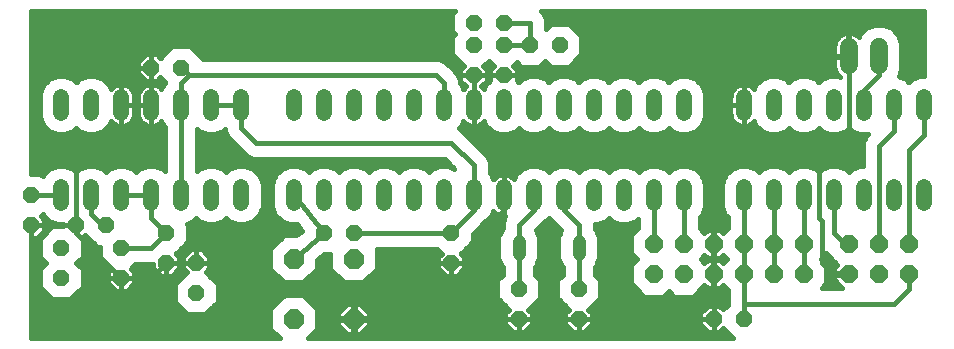
<source format=gbl>
G75*
%MOIN*%
%OFA0B0*%
%FSLAX24Y24*%
%IPPOS*%
%LPD*%
%AMOC8*
5,1,8,0,0,1.08239X$1,22.5*
%
%ADD10C,0.0520*%
%ADD11OC8,0.0600*%
%ADD12C,0.0440*%
%ADD13OC8,0.0660*%
%ADD14OC8,0.0520*%
%ADD15C,0.0600*%
%ADD16C,0.0160*%
D10*
X001715Y005095D02*
X001715Y005615D01*
X002715Y005615D02*
X002715Y005095D01*
X003715Y005095D02*
X003715Y005615D01*
X004715Y005615D02*
X004715Y005095D01*
X005715Y005095D02*
X005715Y005615D01*
X006715Y005615D02*
X006715Y005095D01*
X007715Y005095D02*
X007715Y005615D01*
X009465Y005615D02*
X009465Y005095D01*
X010465Y005095D02*
X010465Y005615D01*
X011465Y005615D02*
X011465Y005095D01*
X012465Y005095D02*
X012465Y005615D01*
X013465Y005615D02*
X013465Y005095D01*
X014465Y005095D02*
X014465Y005615D01*
X015465Y005615D02*
X015465Y005095D01*
X016465Y005095D02*
X016465Y005615D01*
X017465Y005615D02*
X017465Y005095D01*
X018465Y005095D02*
X018465Y005615D01*
X019465Y005615D02*
X019465Y005095D01*
X020465Y005095D02*
X020465Y005615D01*
X021465Y005615D02*
X021465Y005095D01*
X022465Y005095D02*
X022465Y005615D01*
X024465Y005615D02*
X024465Y005095D01*
X025465Y005095D02*
X025465Y005615D01*
X026465Y005615D02*
X026465Y005095D01*
X027465Y005095D02*
X027465Y005615D01*
X028465Y005615D02*
X028465Y005095D01*
X029465Y005095D02*
X029465Y005615D01*
X030465Y005615D02*
X030465Y005095D01*
X030465Y008095D02*
X030465Y008615D01*
X029465Y008615D02*
X029465Y008095D01*
X028465Y008095D02*
X028465Y008615D01*
X027465Y008615D02*
X027465Y008095D01*
X026465Y008095D02*
X026465Y008615D01*
X025465Y008615D02*
X025465Y008095D01*
X024465Y008095D02*
X024465Y008615D01*
X022465Y008615D02*
X022465Y008095D01*
X021465Y008095D02*
X021465Y008615D01*
X020465Y008615D02*
X020465Y008095D01*
X019465Y008095D02*
X019465Y008615D01*
X018465Y008615D02*
X018465Y008095D01*
X017465Y008095D02*
X017465Y008615D01*
X016465Y008615D02*
X016465Y008095D01*
X015465Y008095D02*
X015465Y008615D01*
X014465Y008615D02*
X014465Y008095D01*
X013465Y008095D02*
X013465Y008615D01*
X012465Y008615D02*
X012465Y008095D01*
X011465Y008095D02*
X011465Y008615D01*
X010465Y008615D02*
X010465Y008095D01*
X009465Y008095D02*
X009465Y008615D01*
X007715Y008615D02*
X007715Y008095D01*
X006715Y008095D02*
X006715Y008615D01*
X005715Y008615D02*
X005715Y008095D01*
X004715Y008095D02*
X004715Y008615D01*
X003715Y008615D02*
X003715Y008095D01*
X002715Y008095D02*
X002715Y008615D01*
X001715Y008615D02*
X001715Y008095D01*
D11*
X021465Y003730D03*
X022465Y003730D03*
X023465Y003730D03*
X024465Y003730D03*
X025465Y003730D03*
X026465Y003730D03*
X027965Y003730D03*
X028965Y003730D03*
X029965Y003730D03*
X029965Y002730D03*
X028965Y002730D03*
X027965Y002730D03*
X026465Y002730D03*
X025465Y002730D03*
X024465Y002730D03*
X023465Y002730D03*
X022465Y002730D03*
X021465Y002730D03*
D12*
X018965Y003385D02*
X018965Y003825D01*
X016965Y003825D02*
X016965Y003385D01*
D13*
X011465Y003230D03*
X009465Y003230D03*
X009465Y001230D03*
X011465Y001230D03*
D14*
X014715Y003105D03*
X016965Y002230D03*
X018965Y002230D03*
X018965Y001230D03*
X016965Y001230D03*
X023465Y001230D03*
X024465Y001230D03*
X014715Y004105D03*
X011465Y004105D03*
X010465Y004105D03*
X006215Y003105D03*
X005215Y003105D03*
X003715Y002605D03*
X001715Y002605D03*
X001715Y003605D03*
X003715Y003605D03*
X005215Y004105D03*
X003215Y004355D03*
X002215Y004355D03*
X000715Y004355D03*
X000715Y005355D03*
X006215Y002105D03*
X015465Y009355D03*
X016465Y009355D03*
X016465Y010355D03*
X017340Y010355D03*
X018340Y010355D03*
X016465Y011105D03*
X015465Y011105D03*
X015465Y010355D03*
X005715Y009605D03*
X004715Y009605D03*
D15*
X027965Y009680D02*
X027965Y010280D01*
X028965Y010280D02*
X028965Y009680D01*
D16*
X000695Y003915D02*
X000695Y000585D01*
X009000Y000585D01*
X008680Y000905D01*
X008680Y001555D01*
X009140Y002015D01*
X009790Y002015D01*
X010250Y001555D01*
X010250Y000905D01*
X009930Y000585D01*
X024099Y000585D01*
X023771Y000913D01*
X023647Y000790D01*
X023465Y000790D01*
X023465Y001230D01*
X018965Y001230D01*
X016965Y001230D01*
X015965Y001230D01*
X014715Y001230D01*
X014715Y003105D01*
X015155Y003105D01*
X015155Y003287D01*
X015032Y003411D01*
X015430Y003809D01*
X015430Y004063D01*
X015768Y004401D01*
X015845Y004479D01*
X015870Y004489D01*
X016071Y004690D01*
X016124Y004816D01*
X016129Y004808D01*
X016178Y004759D01*
X016234Y004719D01*
X016296Y004687D01*
X016362Y004666D01*
X016430Y004655D01*
X016465Y004655D01*
X016500Y004655D01*
X016511Y004657D01*
X016430Y004461D01*
X016430Y004245D01*
X016393Y004207D01*
X016290Y003959D01*
X016290Y003251D01*
X016393Y003003D01*
X016430Y002965D01*
X016430Y002706D01*
X016250Y002526D01*
X016250Y001934D01*
X016648Y001536D01*
X016525Y001412D01*
X016525Y001230D01*
X016965Y001230D01*
X017405Y001230D01*
X017405Y001412D01*
X017282Y001536D01*
X017680Y001934D01*
X017680Y002526D01*
X017500Y002706D01*
X017500Y002965D01*
X017537Y003003D01*
X017640Y003251D01*
X017640Y003959D01*
X017548Y004181D01*
X017845Y004479D01*
X017870Y004489D01*
X017965Y004584D01*
X018060Y004489D01*
X018085Y004479D01*
X018382Y004181D01*
X018290Y003959D01*
X018290Y003251D01*
X018393Y003003D01*
X018430Y002965D01*
X018430Y002706D01*
X018250Y002526D01*
X018250Y001934D01*
X018648Y001536D01*
X018525Y001412D01*
X018525Y001230D01*
X018965Y001230D01*
X019405Y001230D01*
X019405Y001412D01*
X019282Y001536D01*
X019680Y001934D01*
X019680Y002526D01*
X019500Y002706D01*
X019500Y002965D01*
X019537Y003003D01*
X019640Y003251D01*
X019640Y003959D01*
X019537Y004207D01*
X019500Y004245D01*
X019500Y004380D01*
X019607Y004380D01*
X019870Y004489D01*
X019965Y004584D01*
X020060Y004489D01*
X020323Y004380D01*
X020607Y004380D01*
X020870Y004489D01*
X020930Y004549D01*
X020930Y004263D01*
X020710Y004043D01*
X020710Y003417D01*
X020897Y003230D01*
X020710Y003043D01*
X020710Y002417D01*
X021152Y001975D01*
X021778Y001975D01*
X021965Y002162D01*
X022152Y001975D01*
X022778Y001975D01*
X023159Y002357D01*
X023266Y002250D01*
X023445Y002250D01*
X023445Y002710D01*
X023485Y002710D01*
X023485Y002250D01*
X023664Y002250D01*
X023771Y002357D01*
X023930Y002197D01*
X023930Y001706D01*
X023771Y001547D01*
X023647Y001670D01*
X023465Y001670D01*
X023465Y001230D01*
X023465Y002730D01*
X023465Y003730D01*
X023465Y005855D01*
X024465Y006855D01*
X026965Y006855D01*
X026965Y004605D01*
X027090Y004480D01*
X027090Y003105D01*
X027465Y002730D01*
X027965Y002730D01*
X027945Y002750D02*
X027945Y002710D01*
X027485Y002710D01*
X027485Y002531D01*
X027751Y002265D01*
X027068Y002265D01*
X027220Y002417D01*
X027220Y003043D01*
X027033Y003230D01*
X027215Y003412D01*
X027592Y003036D01*
X027485Y002929D01*
X027485Y002750D01*
X027945Y002750D01*
X027485Y002800D02*
X027220Y002800D01*
X027220Y002958D02*
X027514Y002958D01*
X027511Y003117D02*
X027146Y003117D01*
X027078Y003275D02*
X027352Y003275D01*
X027840Y003730D02*
X027465Y004105D01*
X027465Y005355D01*
X026465Y005355D02*
X026465Y003730D01*
X026465Y002730D01*
X027220Y002641D02*
X027485Y002641D01*
X027534Y002483D02*
X027220Y002483D01*
X027127Y002324D02*
X027692Y002324D01*
X029465Y001730D02*
X024465Y001730D01*
X024465Y001230D01*
X023914Y001690D02*
X019436Y001690D01*
X019286Y001532D02*
X023144Y001532D01*
X023025Y001412D02*
X023025Y001230D01*
X023465Y001230D01*
X023465Y001230D01*
X023465Y001230D01*
X023465Y001230D01*
X023465Y001670D01*
X023283Y001670D01*
X023025Y001412D01*
X023025Y001373D02*
X019405Y001373D01*
X019405Y001230D02*
X018965Y001230D01*
X018965Y001230D01*
X018965Y000790D01*
X019147Y000790D01*
X019405Y001048D01*
X019405Y001230D01*
X019405Y001215D02*
X023025Y001215D01*
X023025Y001230D02*
X023025Y001048D01*
X023283Y000790D01*
X023465Y000790D01*
X023465Y001230D01*
X023025Y001230D01*
X023465Y001215D02*
X023465Y001215D01*
X023465Y001373D02*
X023465Y001373D01*
X023465Y001532D02*
X023465Y001532D01*
X023930Y001849D02*
X019595Y001849D01*
X019680Y002007D02*
X021120Y002007D01*
X020962Y002166D02*
X019680Y002166D01*
X019680Y002324D02*
X020803Y002324D01*
X020710Y002483D02*
X019680Y002483D01*
X019565Y002641D02*
X020710Y002641D01*
X020710Y002800D02*
X019500Y002800D01*
X019500Y002958D02*
X020710Y002958D01*
X020784Y003117D02*
X019584Y003117D01*
X019640Y003275D02*
X020852Y003275D01*
X020710Y003434D02*
X019640Y003434D01*
X019640Y003592D02*
X020710Y003592D01*
X020710Y003751D02*
X019640Y003751D01*
X019640Y003909D02*
X020710Y003909D01*
X020735Y004068D02*
X019595Y004068D01*
X019519Y004226D02*
X020893Y004226D01*
X020930Y004385D02*
X020618Y004385D01*
X020312Y004385D02*
X019618Y004385D01*
X019924Y004543D02*
X020006Y004543D01*
X020924Y004543D02*
X020930Y004543D01*
X023000Y004543D02*
X023930Y004543D01*
X023930Y004619D02*
X023930Y004263D01*
X023771Y004103D01*
X023664Y004210D01*
X023485Y004210D01*
X023485Y003750D01*
X023445Y003750D01*
X023445Y004210D01*
X023266Y004210D01*
X023159Y004103D01*
X023000Y004263D01*
X023000Y004619D01*
X023071Y004690D01*
X023180Y004953D01*
X023180Y005757D01*
X023071Y006020D01*
X022870Y006221D01*
X022607Y006330D01*
X022323Y006330D01*
X022060Y006221D01*
X021965Y006126D01*
X021870Y006221D01*
X021607Y006330D01*
X021323Y006330D01*
X021060Y006221D01*
X020965Y006126D01*
X020870Y006221D01*
X020607Y006330D01*
X020323Y006330D01*
X020060Y006221D01*
X019965Y006126D01*
X019870Y006221D01*
X019607Y006330D01*
X019323Y006330D01*
X019060Y006221D01*
X018965Y006126D01*
X018870Y006221D01*
X018607Y006330D01*
X018323Y006330D01*
X018060Y006221D01*
X017965Y006126D01*
X017870Y006221D01*
X017607Y006330D01*
X017323Y006330D01*
X017060Y006221D01*
X016859Y006020D01*
X016806Y005894D01*
X016801Y005902D01*
X016752Y005951D01*
X016696Y005991D01*
X016634Y006023D01*
X016568Y006044D01*
X016500Y006055D01*
X016465Y006055D01*
X016465Y005355D01*
X016465Y006355D01*
X015465Y007355D01*
X015465Y008355D01*
X015465Y009355D01*
X016465Y009355D01*
X016905Y009355D01*
X016905Y009537D01*
X016782Y009661D01*
X016902Y009781D01*
X017044Y009640D01*
X017636Y009640D01*
X017840Y009844D01*
X018044Y009640D01*
X018636Y009640D01*
X019055Y010059D01*
X019055Y010651D01*
X018636Y011070D01*
X018044Y011070D01*
X017875Y010901D01*
X017875Y011211D01*
X017794Y011408D01*
X017707Y011495D01*
X030477Y011495D01*
X030477Y009330D01*
X030323Y009330D01*
X030060Y009221D01*
X029965Y009126D01*
X029870Y009221D01*
X029633Y009319D01*
X029720Y009530D01*
X029720Y010430D01*
X029605Y010708D01*
X029393Y010920D01*
X029115Y011035D01*
X028815Y011035D01*
X028537Y010920D01*
X028325Y010708D01*
X028293Y010631D01*
X028278Y010646D01*
X028217Y010691D01*
X028149Y010725D01*
X028077Y010748D01*
X028003Y010760D01*
X027985Y010760D01*
X027985Y010000D01*
X027945Y010000D01*
X027945Y010760D01*
X027927Y010760D01*
X027853Y010748D01*
X027781Y010725D01*
X027713Y010691D01*
X027652Y010646D01*
X027599Y010593D01*
X027554Y010532D01*
X027520Y010464D01*
X027497Y010392D01*
X027485Y010318D01*
X027485Y010000D01*
X027945Y010000D01*
X027945Y009960D01*
X027485Y009960D01*
X027485Y009642D01*
X027497Y009568D01*
X027520Y009496D01*
X027554Y009428D01*
X027599Y009367D01*
X027652Y009314D01*
X027660Y009308D01*
X027607Y009330D01*
X027323Y009330D01*
X027060Y009221D01*
X026965Y009126D01*
X026870Y009221D01*
X026607Y009330D01*
X026323Y009330D01*
X026060Y009221D01*
X025965Y009126D01*
X025870Y009221D01*
X025607Y009330D01*
X025323Y009330D01*
X025060Y009221D01*
X024859Y009020D01*
X024806Y008894D01*
X024801Y008902D01*
X024752Y008951D01*
X024696Y008991D01*
X024634Y009023D01*
X024568Y009044D01*
X024500Y009055D01*
X024465Y009055D01*
X024465Y008355D01*
X024465Y006855D01*
X024323Y006330D02*
X024060Y006221D01*
X023859Y006020D01*
X023750Y005757D01*
X023750Y004953D01*
X023859Y004690D01*
X023930Y004619D01*
X023854Y004702D02*
X023076Y004702D01*
X023142Y004860D02*
X023788Y004860D01*
X023750Y005019D02*
X023180Y005019D01*
X023180Y005177D02*
X023750Y005177D01*
X023750Y005336D02*
X023180Y005336D01*
X023180Y005494D02*
X023750Y005494D01*
X023750Y005653D02*
X023180Y005653D01*
X023158Y005811D02*
X023772Y005811D01*
X023838Y005970D02*
X023092Y005970D01*
X022963Y006128D02*
X023967Y006128D01*
X024218Y006287D02*
X022712Y006287D01*
X022218Y006287D02*
X021712Y006287D01*
X021218Y006287D02*
X020712Y006287D01*
X020218Y006287D02*
X019712Y006287D01*
X019963Y006128D02*
X019967Y006128D01*
X019218Y006287D02*
X018712Y006287D01*
X018963Y006128D02*
X018967Y006128D01*
X018218Y006287D02*
X017712Y006287D01*
X017218Y006287D02*
X016000Y006287D01*
X016000Y006445D02*
X028430Y006445D01*
X028430Y006330D02*
X028323Y006330D01*
X028060Y006221D01*
X027965Y006126D01*
X027870Y006221D01*
X027607Y006330D01*
X027323Y006330D01*
X027060Y006221D01*
X026965Y006126D01*
X026870Y006221D01*
X026607Y006330D01*
X026323Y006330D01*
X026060Y006221D01*
X025965Y006126D01*
X025870Y006221D01*
X025607Y006330D01*
X025323Y006330D01*
X025060Y006221D01*
X024965Y006126D01*
X024870Y006221D01*
X024607Y006330D01*
X024323Y006330D01*
X024712Y006287D02*
X025218Y006287D01*
X025712Y006287D02*
X026218Y006287D01*
X026712Y006287D02*
X027218Y006287D01*
X026967Y006128D02*
X026963Y006128D01*
X027712Y006287D02*
X028218Y006287D01*
X028430Y006330D02*
X028430Y007086D01*
X028511Y007283D01*
X028609Y007381D01*
X028607Y007380D01*
X028323Y007380D01*
X028060Y007489D01*
X027965Y007584D01*
X027870Y007489D01*
X027607Y007380D01*
X027323Y007380D01*
X027060Y007489D01*
X026965Y007584D01*
X026870Y007489D01*
X026607Y007380D01*
X026323Y007380D01*
X026060Y007489D01*
X025965Y007584D01*
X025870Y007489D01*
X025607Y007380D01*
X025323Y007380D01*
X025060Y007489D01*
X024859Y007690D01*
X024806Y007816D01*
X024801Y007808D01*
X024752Y007759D01*
X024696Y007719D01*
X024634Y007687D01*
X024568Y007666D01*
X024500Y007655D01*
X024465Y007655D01*
X024465Y008355D01*
X024465Y008355D01*
X024465Y008355D01*
X024465Y008355D01*
X024025Y008355D01*
X024025Y008650D01*
X024036Y008718D01*
X024057Y008784D01*
X024089Y008846D01*
X024129Y008902D01*
X024178Y008951D01*
X024234Y008991D01*
X024296Y009023D01*
X024362Y009044D01*
X024430Y009055D01*
X024465Y009055D01*
X024465Y008355D01*
X024465Y007655D01*
X024430Y007655D01*
X024362Y007666D01*
X024296Y007687D01*
X024234Y007719D01*
X024178Y007759D01*
X024129Y007808D01*
X024089Y007864D01*
X024057Y007926D01*
X024036Y007992D01*
X024025Y008060D01*
X024025Y008355D01*
X024465Y008355D01*
X024465Y008347D02*
X024465Y008347D01*
X024465Y008506D02*
X024465Y008506D01*
X024465Y008664D02*
X024465Y008664D01*
X024027Y008664D02*
X023180Y008664D01*
X023180Y008757D02*
X023071Y009020D01*
X022870Y009221D01*
X022607Y009330D01*
X022323Y009330D01*
X022060Y009221D01*
X021965Y009126D01*
X021870Y009221D01*
X021607Y009330D01*
X021323Y009330D01*
X021060Y009221D01*
X020965Y009126D01*
X020870Y009221D01*
X020607Y009330D01*
X020323Y009330D01*
X020060Y009221D01*
X019965Y009126D01*
X019870Y009221D01*
X019607Y009330D01*
X019323Y009330D01*
X019060Y009221D01*
X018965Y009126D01*
X018870Y009221D01*
X018607Y009330D01*
X018323Y009330D01*
X018060Y009221D01*
X017965Y009126D01*
X017870Y009221D01*
X017607Y009330D01*
X017323Y009330D01*
X017060Y009221D01*
X016965Y009126D01*
X016905Y009186D01*
X016905Y009355D01*
X016465Y009355D01*
X016465Y009355D01*
X016465Y009355D01*
X016025Y009355D01*
X016025Y009537D01*
X016148Y009661D01*
X015965Y009844D01*
X015782Y009661D01*
X015905Y009537D01*
X015905Y009355D01*
X015465Y009355D01*
X015465Y009355D01*
X015465Y009355D01*
X015025Y009355D01*
X015025Y009537D01*
X015148Y009661D01*
X014750Y010059D01*
X014750Y010651D01*
X014829Y010730D01*
X014750Y010809D01*
X014750Y011401D01*
X014844Y011495D01*
X000695Y011495D01*
X000695Y006070D01*
X001011Y006070D01*
X001095Y005986D01*
X001109Y006020D01*
X001310Y006221D01*
X001573Y006330D01*
X001857Y006330D01*
X002120Y006221D01*
X002215Y006126D01*
X002310Y006221D01*
X002573Y006330D01*
X002857Y006330D01*
X003120Y006221D01*
X003215Y006126D01*
X003310Y006221D01*
X003573Y006330D01*
X003857Y006330D01*
X004120Y006221D01*
X004215Y006126D01*
X004310Y006221D01*
X004573Y006330D01*
X004857Y006330D01*
X005120Y006221D01*
X005180Y006161D01*
X005180Y007619D01*
X005109Y007690D01*
X005056Y007816D01*
X005051Y007808D01*
X005002Y007759D01*
X004946Y007719D01*
X004884Y007687D01*
X004818Y007666D01*
X004750Y007655D01*
X004715Y007655D01*
X004715Y008355D01*
X004715Y009605D01*
X004715Y009605D01*
X004715Y010045D01*
X004897Y010045D01*
X005021Y009922D01*
X005419Y010320D01*
X006011Y010320D01*
X006430Y009901D01*
X006430Y009890D01*
X014321Y009890D01*
X014518Y009809D01*
X014768Y009559D01*
X014919Y009408D01*
X015000Y009211D01*
X015000Y009091D01*
X015071Y009020D01*
X015124Y008894D01*
X015129Y008902D01*
X015178Y008951D01*
X015218Y008980D01*
X015025Y009173D01*
X015025Y009355D01*
X015465Y009355D01*
X015465Y009055D01*
X015465Y008355D01*
X015465Y008355D01*
X015465Y007655D01*
X015500Y007655D01*
X015568Y007666D01*
X015634Y007687D01*
X015696Y007719D01*
X015752Y007759D01*
X015801Y007808D01*
X015806Y007816D01*
X015859Y007690D01*
X016060Y007489D01*
X016323Y007380D01*
X016607Y007380D01*
X016870Y007489D01*
X016965Y007584D01*
X017060Y007489D01*
X017323Y007380D01*
X017607Y007380D01*
X017870Y007489D01*
X017965Y007584D01*
X018060Y007489D01*
X018323Y007380D01*
X018607Y007380D01*
X018870Y007489D01*
X018965Y007584D01*
X019060Y007489D01*
X019323Y007380D01*
X019607Y007380D01*
X019870Y007489D01*
X019965Y007584D01*
X020060Y007489D01*
X020323Y007380D01*
X020607Y007380D01*
X020870Y007489D01*
X020965Y007584D01*
X021060Y007489D01*
X021323Y007380D01*
X021607Y007380D01*
X021870Y007489D01*
X021965Y007584D01*
X022060Y007489D01*
X022323Y007380D01*
X022607Y007380D01*
X022870Y007489D01*
X023071Y007690D01*
X023180Y007953D01*
X023180Y008757D01*
X023153Y008823D02*
X024077Y008823D01*
X024220Y008981D02*
X023087Y008981D01*
X022952Y009140D02*
X024978Y009140D01*
X024843Y008981D02*
X024710Y008981D01*
X024465Y008981D02*
X024465Y008981D01*
X024465Y008823D02*
X024465Y008823D01*
X024025Y008506D02*
X023180Y008506D01*
X023180Y008347D02*
X024025Y008347D01*
X024025Y008189D02*
X023180Y008189D01*
X023180Y008030D02*
X024030Y008030D01*
X024085Y007872D02*
X023146Y007872D01*
X023081Y007713D02*
X024246Y007713D01*
X024465Y007713D02*
X024465Y007713D01*
X024684Y007713D02*
X024849Y007713D01*
X024994Y007555D02*
X022936Y007555D01*
X022646Y007396D02*
X025284Y007396D01*
X025646Y007396D02*
X026284Y007396D01*
X025994Y007555D02*
X025936Y007555D01*
X026646Y007396D02*
X027284Y007396D01*
X026994Y007555D02*
X026936Y007555D01*
X027646Y007396D02*
X028284Y007396D01*
X027965Y007355D02*
X027465Y006855D01*
X026965Y006855D01*
X027965Y007355D02*
X027965Y009980D01*
X027945Y010091D02*
X027985Y010091D01*
X027985Y010249D02*
X027945Y010249D01*
X027485Y010249D02*
X019055Y010249D01*
X019055Y010091D02*
X027485Y010091D01*
X027485Y009932D02*
X018928Y009932D01*
X018770Y009774D02*
X027485Y009774D01*
X027489Y009615D02*
X016827Y009615D01*
X016895Y009774D02*
X016910Y009774D01*
X016905Y009457D02*
X027540Y009457D01*
X027246Y009298D02*
X026684Y009298D01*
X026246Y009298D02*
X025684Y009298D01*
X025246Y009298D02*
X022684Y009298D01*
X022246Y009298D02*
X021684Y009298D01*
X021246Y009298D02*
X020684Y009298D01*
X020246Y009298D02*
X019684Y009298D01*
X019952Y009140D02*
X019978Y009140D01*
X019246Y009298D02*
X018684Y009298D01*
X018952Y009140D02*
X018978Y009140D01*
X018246Y009298D02*
X017684Y009298D01*
X017246Y009298D02*
X016905Y009298D01*
X016952Y009140D02*
X016978Y009140D01*
X016465Y009355D02*
X016025Y009355D01*
X016025Y009186D01*
X015859Y009020D01*
X015806Y008894D01*
X015801Y008902D01*
X015752Y008951D01*
X015712Y008980D01*
X015905Y009173D01*
X015905Y009355D01*
X015465Y009355D01*
X015465Y009355D01*
X015465Y008355D01*
X015465Y008355D01*
X015465Y007655D01*
X015430Y007655D01*
X015362Y007666D01*
X015296Y007687D01*
X015234Y007719D01*
X015178Y007759D01*
X015129Y007808D01*
X015124Y007816D01*
X015071Y007690D01*
X014963Y007581D01*
X015018Y007559D01*
X015768Y006809D01*
X015919Y006658D01*
X016000Y006461D01*
X016000Y006091D01*
X016071Y006020D01*
X016124Y005894D01*
X016129Y005902D01*
X016178Y005951D01*
X016234Y005991D01*
X016296Y006023D01*
X016362Y006044D01*
X016430Y006055D01*
X016465Y006055D01*
X016465Y005355D01*
X016465Y004855D01*
X015965Y004355D01*
X015965Y001230D01*
X016525Y001230D02*
X016525Y001048D01*
X016783Y000790D01*
X016965Y000790D01*
X017147Y000790D01*
X017405Y001048D01*
X017405Y001230D01*
X016965Y001230D01*
X016965Y001230D01*
X016965Y000790D01*
X016965Y001230D01*
X016965Y001230D01*
X016965Y001230D01*
X016525Y001230D01*
X016525Y001215D02*
X011495Y001215D01*
X011495Y001200D02*
X011495Y001260D01*
X011435Y001260D01*
X011435Y001740D01*
X011254Y001740D01*
X010955Y001441D01*
X010955Y001260D01*
X011435Y001260D01*
X011435Y001200D01*
X010955Y001200D01*
X010955Y001019D01*
X011254Y000720D01*
X011435Y000720D01*
X011435Y001200D01*
X011495Y001200D01*
X011975Y001200D01*
X011975Y001019D01*
X011676Y000720D01*
X011495Y000720D01*
X011495Y001200D01*
X011465Y001230D02*
X011465Y001730D01*
X011090Y002105D01*
X008215Y002105D01*
X007215Y003105D01*
X006215Y003105D01*
X005215Y003105D01*
X004715Y002605D01*
X003715Y002605D01*
X002215Y004105D01*
X002215Y004355D01*
X002215Y006605D01*
X002715Y007105D01*
X003340Y007105D01*
X003715Y007480D01*
X003715Y008355D01*
X004715Y008355D01*
X004715Y008355D01*
X004715Y009055D01*
X004750Y009055D01*
X004818Y009044D01*
X004884Y009023D01*
X004946Y008991D01*
X005002Y008951D01*
X005051Y008902D01*
X005056Y008894D01*
X005109Y009020D01*
X005180Y009091D01*
X005180Y009129D01*
X005021Y009288D01*
X004897Y009165D01*
X004715Y009165D01*
X004715Y009605D01*
X004715Y009605D01*
X004715Y009605D01*
X004275Y009605D01*
X004275Y009787D01*
X004533Y010045D01*
X004715Y010045D01*
X004715Y009605D01*
X004715Y009165D01*
X004533Y009165D01*
X004275Y009423D01*
X004275Y009605D01*
X004715Y009605D01*
X004715Y009615D02*
X004715Y009615D01*
X004715Y009457D02*
X004715Y009457D01*
X004715Y009298D02*
X004715Y009298D01*
X004400Y009298D02*
X002934Y009298D01*
X002857Y009330D02*
X002573Y009330D01*
X002310Y009221D01*
X002215Y009126D01*
X002120Y009221D01*
X001857Y009330D01*
X001573Y009330D01*
X001310Y009221D01*
X001109Y009020D01*
X001000Y008757D01*
X001000Y007953D01*
X001109Y007690D01*
X001310Y007489D01*
X001573Y007380D01*
X001857Y007380D01*
X002120Y007489D01*
X002215Y007584D01*
X002310Y007489D01*
X002573Y007380D01*
X002857Y007380D01*
X003120Y007489D01*
X003321Y007690D01*
X003374Y007816D01*
X003379Y007808D01*
X003428Y007759D01*
X003484Y007719D01*
X003546Y007687D01*
X003612Y007666D01*
X003680Y007655D01*
X003715Y007655D01*
X003750Y007655D01*
X003818Y007666D01*
X003884Y007687D01*
X003946Y007719D01*
X004002Y007759D01*
X004051Y007808D01*
X004091Y007864D01*
X004123Y007926D01*
X004144Y007992D01*
X004155Y008060D01*
X004155Y008355D01*
X004155Y008650D01*
X004144Y008718D01*
X004123Y008784D01*
X004091Y008846D01*
X004051Y008902D01*
X004002Y008951D01*
X003946Y008991D01*
X003884Y009023D01*
X003818Y009044D01*
X003750Y009055D01*
X003715Y009055D01*
X003715Y008355D01*
X004155Y008355D01*
X003715Y008355D01*
X003715Y008355D01*
X003715Y008355D01*
X003715Y007655D01*
X003715Y008355D01*
X003715Y008355D01*
X003715Y009055D01*
X003680Y009055D01*
X003612Y009044D01*
X003546Y009023D01*
X003484Y008991D01*
X003428Y008951D01*
X003379Y008902D01*
X003374Y008894D01*
X003321Y009020D01*
X003120Y009221D01*
X002857Y009330D01*
X002496Y009298D02*
X001934Y009298D01*
X002202Y009140D02*
X002228Y009140D01*
X001496Y009298D02*
X000695Y009298D01*
X000695Y009457D02*
X004275Y009457D01*
X004275Y009615D02*
X000695Y009615D01*
X000695Y009774D02*
X004275Y009774D01*
X004420Y009932D02*
X000695Y009932D01*
X000695Y010091D02*
X005189Y010091D01*
X005348Y010249D02*
X000695Y010249D01*
X000695Y010408D02*
X014750Y010408D01*
X014750Y010566D02*
X000695Y010566D01*
X000695Y010725D02*
X014823Y010725D01*
X014750Y010883D02*
X000695Y010883D01*
X000695Y011042D02*
X014750Y011042D01*
X014750Y011200D02*
X000695Y011200D01*
X000695Y011359D02*
X014750Y011359D01*
X016465Y011105D02*
X017340Y011105D01*
X017340Y010355D01*
X016465Y010355D01*
X016035Y009774D02*
X015895Y009774D01*
X015827Y009615D02*
X016103Y009615D01*
X016025Y009457D02*
X015905Y009457D01*
X015905Y009298D02*
X016025Y009298D01*
X015978Y009140D02*
X015872Y009140D01*
X015843Y008981D02*
X015713Y008981D01*
X015465Y008981D02*
X015465Y008981D01*
X015465Y008823D02*
X015465Y008823D01*
X015217Y008981D02*
X015087Y008981D01*
X015058Y009140D02*
X015000Y009140D01*
X015465Y009140D02*
X015465Y009140D01*
X015465Y009298D02*
X015465Y009298D01*
X015025Y009298D02*
X014964Y009298D01*
X015025Y009457D02*
X014870Y009457D01*
X014712Y009615D02*
X015103Y009615D01*
X015035Y009774D02*
X014553Y009774D01*
X014877Y009932D02*
X006399Y009932D01*
X006241Y010091D02*
X014750Y010091D01*
X014750Y010249D02*
X006082Y010249D01*
X005031Y009932D02*
X005010Y009932D01*
X004715Y009932D02*
X004715Y009932D01*
X004715Y009774D02*
X004715Y009774D01*
X005715Y009605D02*
X005965Y009355D01*
X014215Y009355D01*
X014465Y009105D01*
X014465Y008355D01*
X015465Y008347D02*
X015465Y008347D01*
X015465Y008506D02*
X015465Y008506D01*
X015465Y008664D02*
X015465Y008664D01*
X015465Y008189D02*
X015465Y008189D01*
X015465Y008030D02*
X015465Y008030D01*
X015465Y007872D02*
X015465Y007872D01*
X015465Y007713D02*
X015465Y007713D01*
X015684Y007713D02*
X015849Y007713D01*
X015994Y007555D02*
X015022Y007555D01*
X015081Y007713D02*
X015246Y007713D01*
X015181Y007396D02*
X016284Y007396D01*
X016646Y007396D02*
X017284Y007396D01*
X016994Y007555D02*
X016936Y007555D01*
X017646Y007396D02*
X018284Y007396D01*
X017994Y007555D02*
X017936Y007555D01*
X018646Y007396D02*
X019284Y007396D01*
X018994Y007555D02*
X018936Y007555D01*
X019646Y007396D02*
X020284Y007396D01*
X019994Y007555D02*
X019936Y007555D01*
X020646Y007396D02*
X021284Y007396D01*
X020994Y007555D02*
X020936Y007555D01*
X021646Y007396D02*
X022284Y007396D01*
X021994Y007555D02*
X021936Y007555D01*
X024465Y007872D02*
X024465Y007872D01*
X024465Y008030D02*
X024465Y008030D01*
X024465Y008189D02*
X024465Y008189D01*
X025952Y009140D02*
X025978Y009140D01*
X026952Y009140D02*
X026978Y009140D01*
X028465Y008855D02*
X028965Y009355D01*
X028965Y009980D01*
X029720Y009932D02*
X030477Y009932D01*
X030477Y010091D02*
X029720Y010091D01*
X029720Y010249D02*
X030477Y010249D01*
X030477Y010408D02*
X029720Y010408D01*
X029664Y010566D02*
X030477Y010566D01*
X030477Y010725D02*
X029588Y010725D01*
X029430Y010883D02*
X030477Y010883D01*
X030477Y011042D02*
X018665Y011042D01*
X018823Y010883D02*
X028500Y010883D01*
X028342Y010725D02*
X028150Y010725D01*
X027985Y010725D02*
X027945Y010725D01*
X027945Y010566D02*
X027985Y010566D01*
X027985Y010408D02*
X027945Y010408D01*
X027579Y010566D02*
X019055Y010566D01*
X019055Y010408D02*
X027502Y010408D01*
X027780Y010725D02*
X018982Y010725D01*
X018015Y011042D02*
X017875Y011042D01*
X017875Y011200D02*
X030477Y011200D01*
X030477Y011359D02*
X017814Y011359D01*
X017770Y009774D02*
X017910Y009774D01*
X017952Y009140D02*
X017978Y009140D01*
X020952Y009140D02*
X020978Y009140D01*
X021952Y009140D02*
X021978Y009140D01*
X027936Y007555D02*
X027994Y007555D01*
X028493Y007238D02*
X015339Y007238D01*
X015498Y007079D02*
X028430Y007079D01*
X028430Y006921D02*
X015656Y006921D01*
X015815Y006762D02*
X028430Y006762D01*
X028430Y006604D02*
X015941Y006604D01*
X015465Y006355D02*
X015465Y005355D01*
X015465Y004855D01*
X014715Y004105D01*
X011465Y004105D01*
X010465Y004105D02*
X009465Y003230D01*
X010250Y003206D02*
X010250Y002905D01*
X009790Y002445D01*
X009140Y002445D01*
X008680Y002905D01*
X008680Y003555D01*
X009140Y004015D01*
X009550Y004015D01*
X009727Y004171D01*
X009560Y004380D01*
X009323Y004380D01*
X009060Y004489D01*
X008859Y004690D01*
X008750Y004953D01*
X008750Y005757D01*
X008859Y006020D01*
X009060Y006221D01*
X009323Y006330D01*
X009607Y006330D01*
X009870Y006221D01*
X009965Y006126D01*
X010060Y006221D01*
X010323Y006330D01*
X010607Y006330D01*
X010870Y006221D01*
X010965Y006126D01*
X011060Y006221D01*
X011323Y006330D01*
X011607Y006330D01*
X011870Y006221D01*
X011965Y006126D01*
X012060Y006221D01*
X012323Y006330D01*
X012607Y006330D01*
X012870Y006221D01*
X012965Y006126D01*
X013060Y006221D01*
X013323Y006330D01*
X013607Y006330D01*
X013870Y006221D01*
X013965Y006126D01*
X014060Y006221D01*
X014323Y006330D01*
X014607Y006330D01*
X014823Y006241D01*
X014493Y006570D01*
X008109Y006570D01*
X007912Y006651D01*
X007761Y006802D01*
X007761Y006802D01*
X007261Y007302D01*
X007180Y007499D01*
X007180Y007549D01*
X007120Y007489D01*
X006857Y007380D01*
X006573Y007380D01*
X006310Y007489D01*
X006250Y007549D01*
X006250Y006161D01*
X006310Y006221D01*
X006573Y006330D01*
X006857Y006330D01*
X007120Y006221D01*
X007215Y006126D01*
X007310Y006221D01*
X007573Y006330D01*
X007857Y006330D01*
X008120Y006221D01*
X008321Y006020D01*
X008430Y005757D01*
X008430Y004953D01*
X008321Y004690D01*
X008120Y004489D01*
X007857Y004380D01*
X007573Y004380D01*
X007310Y004489D01*
X007215Y004584D01*
X007120Y004489D01*
X006857Y004380D01*
X006573Y004380D01*
X006310Y004489D01*
X006215Y004584D01*
X006120Y004489D01*
X005924Y004408D01*
X005930Y004401D01*
X005930Y003809D01*
X005532Y003411D01*
X005655Y003287D01*
X005655Y003105D01*
X005215Y003105D01*
X005215Y003105D01*
X005655Y003105D01*
X005655Y002923D01*
X005397Y002665D01*
X005215Y002665D01*
X005215Y003105D01*
X005215Y003105D01*
X005215Y002665D01*
X005033Y002665D01*
X004775Y002923D01*
X004775Y003070D01*
X004191Y003070D01*
X004032Y002911D01*
X004155Y002787D01*
X004155Y002605D01*
X003715Y002605D01*
X003715Y002605D01*
X004155Y002605D01*
X004155Y002423D01*
X003897Y002165D01*
X003715Y002165D01*
X003715Y002605D01*
X003715Y002605D01*
X003715Y002605D01*
X003275Y002605D01*
X003275Y002787D01*
X003398Y002911D01*
X003000Y003309D01*
X003000Y003640D01*
X002919Y003640D01*
X002521Y004038D01*
X002407Y003924D01*
X002430Y003901D01*
X002430Y003309D01*
X002226Y003105D01*
X002430Y002901D01*
X002430Y002309D01*
X002011Y001890D01*
X001419Y001890D01*
X001000Y002309D01*
X001000Y002901D01*
X001204Y003105D01*
X001000Y003309D01*
X001000Y003901D01*
X001419Y004320D01*
X001775Y004320D01*
X001775Y004355D01*
X002215Y004355D01*
X000715Y004355D01*
X001155Y004355D01*
X001155Y004537D01*
X001032Y004661D01*
X001095Y004724D01*
X001109Y004690D01*
X001310Y004489D01*
X001573Y004380D01*
X001775Y004380D01*
X001775Y004355D01*
X002215Y004355D01*
X002215Y004355D01*
X002715Y004730D02*
X003090Y004355D01*
X003215Y004355D01*
X002715Y004730D02*
X002715Y005355D01*
X001715Y005355D02*
X000715Y005355D01*
X001073Y004702D02*
X001104Y004702D01*
X001149Y004543D02*
X001256Y004543D01*
X001155Y004385D02*
X001562Y004385D01*
X001325Y004226D02*
X001155Y004226D01*
X001155Y004173D02*
X001155Y004355D01*
X000715Y004355D01*
X000715Y004355D01*
X000715Y003915D01*
X000897Y003915D01*
X001155Y004173D01*
X001166Y004068D02*
X001050Y004068D01*
X001008Y003909D02*
X000695Y003909D01*
X000695Y003915D02*
X000715Y003915D01*
X000715Y004355D01*
X000715Y004355D01*
X000715Y004226D02*
X000715Y004226D01*
X000715Y004068D02*
X000715Y004068D01*
X000695Y003751D02*
X001000Y003751D01*
X001000Y003592D02*
X000695Y003592D01*
X000695Y003434D02*
X001000Y003434D01*
X001034Y003275D02*
X000695Y003275D01*
X000695Y003117D02*
X001192Y003117D01*
X001057Y002958D02*
X000695Y002958D01*
X000695Y002800D02*
X001000Y002800D01*
X001000Y002641D02*
X000695Y002641D01*
X000695Y002483D02*
X001000Y002483D01*
X001000Y002324D02*
X000695Y002324D01*
X000695Y002166D02*
X001143Y002166D01*
X001302Y002007D02*
X000695Y002007D01*
X000695Y001849D02*
X005500Y001849D01*
X005500Y001809D02*
X005919Y001390D01*
X006511Y001390D01*
X006930Y001809D01*
X006930Y002401D01*
X006532Y002799D01*
X006655Y002923D01*
X006655Y003105D01*
X006655Y003287D01*
X006397Y003545D01*
X006215Y003545D01*
X006215Y003105D01*
X006215Y003105D01*
X006655Y003105D01*
X006215Y003105D01*
X006215Y003105D01*
X006215Y003105D01*
X005775Y003105D01*
X005775Y003287D01*
X006033Y003545D01*
X006215Y003545D01*
X006215Y003105D01*
X005775Y003105D01*
X005775Y002923D01*
X005898Y002799D01*
X005500Y002401D01*
X005500Y001809D01*
X005619Y001690D02*
X000695Y001690D01*
X000695Y001532D02*
X005777Y001532D01*
X006653Y001532D02*
X008680Y001532D01*
X008680Y001373D02*
X000695Y001373D01*
X000695Y001215D02*
X008680Y001215D01*
X008680Y001056D02*
X000695Y001056D01*
X000695Y000898D02*
X008687Y000898D01*
X008846Y000739D02*
X000695Y000739D01*
X002128Y002007D02*
X005500Y002007D01*
X005500Y002166D02*
X003898Y002166D01*
X003715Y002166D02*
X003715Y002166D01*
X003715Y002165D02*
X003715Y002605D01*
X003275Y002605D01*
X003275Y002423D01*
X003533Y002165D01*
X003715Y002165D01*
X003532Y002166D02*
X002287Y002166D01*
X002430Y002324D02*
X003374Y002324D01*
X003275Y002483D02*
X002430Y002483D01*
X002430Y002641D02*
X003275Y002641D01*
X003715Y002483D02*
X003715Y002483D01*
X003715Y002324D02*
X003715Y002324D01*
X004056Y002324D02*
X005500Y002324D01*
X005581Y002483D02*
X004155Y002483D01*
X004155Y002641D02*
X005740Y002641D01*
X005898Y002800D02*
X005532Y002800D01*
X005655Y002958D02*
X005775Y002958D01*
X005775Y003117D02*
X005655Y003117D01*
X006215Y003117D02*
X006215Y003117D01*
X006215Y003275D02*
X006215Y003275D01*
X006215Y003434D02*
X006215Y003434D01*
X006509Y003434D02*
X008680Y003434D01*
X008680Y003275D02*
X006655Y003275D01*
X006655Y003117D02*
X008680Y003117D01*
X008680Y002958D02*
X006655Y002958D01*
X006532Y002800D02*
X008785Y002800D01*
X008944Y002641D02*
X006690Y002641D01*
X006849Y002483D02*
X009102Y002483D01*
X009828Y002483D02*
X011102Y002483D01*
X011140Y002445D02*
X011790Y002445D01*
X012250Y002905D01*
X012250Y003555D01*
X012235Y003570D01*
X014239Y003570D01*
X014398Y003411D01*
X014275Y003287D01*
X014275Y003105D01*
X014715Y003105D01*
X014715Y003105D01*
X015155Y003105D01*
X015155Y002923D01*
X014897Y002665D01*
X014715Y002665D01*
X014715Y003105D01*
X014715Y003105D01*
X014715Y003105D01*
X014715Y002665D01*
X014533Y002665D01*
X014275Y002923D01*
X014275Y003105D01*
X014715Y003105D01*
X014715Y002958D02*
X014715Y002958D01*
X014715Y002800D02*
X014715Y002800D01*
X015032Y002800D02*
X016430Y002800D01*
X016430Y002958D02*
X015155Y002958D01*
X015155Y003117D02*
X016346Y003117D01*
X016290Y003275D02*
X015155Y003275D01*
X015055Y003434D02*
X016290Y003434D01*
X016290Y003592D02*
X015213Y003592D01*
X015372Y003751D02*
X016290Y003751D01*
X016290Y003909D02*
X015430Y003909D01*
X015434Y004068D02*
X016335Y004068D01*
X016411Y004226D02*
X015593Y004226D01*
X015751Y004385D02*
X016430Y004385D01*
X016464Y004543D02*
X015924Y004543D01*
X016076Y004702D02*
X016268Y004702D01*
X016465Y004702D02*
X016465Y004702D01*
X016465Y004655D02*
X016465Y005355D01*
X016465Y005355D01*
X016465Y005355D01*
X016465Y004655D01*
X016465Y004860D02*
X016465Y004860D01*
X016465Y005019D02*
X016465Y005019D01*
X016465Y005177D02*
X016465Y005177D01*
X016465Y005336D02*
X016465Y005336D01*
X016465Y005494D02*
X016465Y005494D01*
X016465Y005653D02*
X016465Y005653D01*
X016465Y005811D02*
X016465Y005811D01*
X016465Y005970D02*
X016465Y005970D01*
X016204Y005970D02*
X016092Y005970D01*
X016000Y006128D02*
X016967Y006128D01*
X016838Y005970D02*
X016726Y005970D01*
X017963Y006128D02*
X017967Y006128D01*
X018465Y005355D02*
X018465Y004855D01*
X018965Y004355D01*
X018965Y003605D01*
X018965Y002230D01*
X018250Y002166D02*
X017680Y002166D01*
X017680Y002007D02*
X018250Y002007D01*
X018335Y001849D02*
X017595Y001849D01*
X017436Y001690D02*
X018494Y001690D01*
X018644Y001532D02*
X017286Y001532D01*
X017405Y001373D02*
X018525Y001373D01*
X018525Y001230D02*
X018525Y001048D01*
X018783Y000790D01*
X018965Y000790D01*
X018965Y001230D01*
X018965Y001230D01*
X018965Y001230D01*
X018525Y001230D01*
X018525Y001215D02*
X017405Y001215D01*
X016965Y001215D02*
X016965Y001215D01*
X016525Y001373D02*
X011975Y001373D01*
X011975Y001441D02*
X011676Y001740D01*
X011495Y001740D01*
X011495Y001260D01*
X011975Y001260D01*
X011975Y001441D01*
X011885Y001532D02*
X016644Y001532D01*
X016494Y001690D02*
X011726Y001690D01*
X011495Y001690D02*
X011435Y001690D01*
X011435Y001532D02*
X011495Y001532D01*
X011495Y001373D02*
X011435Y001373D01*
X011465Y001230D02*
X014715Y001230D01*
X016335Y001849D02*
X009957Y001849D01*
X009798Y002007D02*
X016250Y002007D01*
X016250Y002166D02*
X006930Y002166D01*
X006930Y002007D02*
X009132Y002007D01*
X008973Y001849D02*
X006930Y001849D01*
X006811Y001690D02*
X008815Y001690D01*
X010115Y001690D02*
X011204Y001690D01*
X011045Y001532D02*
X010250Y001532D01*
X010250Y001373D02*
X010955Y001373D01*
X011435Y001215D02*
X010250Y001215D01*
X010250Y001056D02*
X010955Y001056D01*
X011076Y000898D02*
X010243Y000898D01*
X010084Y000739D02*
X011235Y000739D01*
X011435Y000739D02*
X011495Y000739D01*
X011495Y000898D02*
X011435Y000898D01*
X011435Y001056D02*
X011495Y001056D01*
X011695Y000739D02*
X023945Y000739D01*
X023786Y000898D02*
X023755Y000898D01*
X023465Y000898D02*
X023465Y000898D01*
X023465Y001056D02*
X023465Y001056D01*
X023175Y000898D02*
X019255Y000898D01*
X019405Y001056D02*
X023025Y001056D01*
X024465Y001730D02*
X024465Y002730D01*
X024465Y003730D01*
X024465Y005355D01*
X025465Y005355D02*
X025465Y003730D01*
X025465Y002730D01*
X023930Y002166D02*
X022968Y002166D01*
X022810Y002007D02*
X023930Y002007D01*
X023803Y002324D02*
X023738Y002324D01*
X023485Y002324D02*
X023445Y002324D01*
X023445Y002483D02*
X023485Y002483D01*
X023485Y002641D02*
X023445Y002641D01*
X023445Y002750D02*
X023445Y003210D01*
X023266Y003210D01*
X023159Y003103D01*
X023033Y003230D01*
X023159Y003357D01*
X023266Y003250D01*
X023445Y003250D01*
X023445Y003710D01*
X023485Y003710D01*
X023485Y003250D01*
X023664Y003250D01*
X023771Y003357D01*
X023897Y003230D01*
X023771Y003103D01*
X023664Y003210D01*
X023485Y003210D01*
X023485Y002750D01*
X023445Y002750D01*
X023445Y002800D02*
X023485Y002800D01*
X023485Y002958D02*
X023445Y002958D01*
X023445Y003117D02*
X023485Y003117D01*
X023757Y003117D02*
X023784Y003117D01*
X023852Y003275D02*
X023689Y003275D01*
X023485Y003275D02*
X023445Y003275D01*
X023445Y003434D02*
X023485Y003434D01*
X023485Y003592D02*
X023445Y003592D01*
X023445Y003751D02*
X023485Y003751D01*
X023485Y003909D02*
X023445Y003909D01*
X023445Y004068D02*
X023485Y004068D01*
X023893Y004226D02*
X023037Y004226D01*
X023000Y004385D02*
X023930Y004385D01*
X022465Y003730D02*
X022465Y005355D01*
X021465Y005355D02*
X021465Y003730D01*
X023078Y003275D02*
X023241Y003275D01*
X023173Y003117D02*
X023146Y003117D01*
X023127Y002324D02*
X023192Y002324D01*
X022120Y002007D02*
X021810Y002007D01*
X018965Y001215D02*
X018965Y001215D01*
X018965Y001056D02*
X018965Y001056D01*
X018965Y000898D02*
X018965Y000898D01*
X018675Y000898D02*
X017255Y000898D01*
X017405Y001056D02*
X018525Y001056D01*
X016965Y001056D02*
X016965Y001056D01*
X016965Y000898D02*
X016965Y000898D01*
X016675Y000898D02*
X011854Y000898D01*
X011975Y001056D02*
X016525Y001056D01*
X016965Y002230D02*
X016965Y003605D01*
X016965Y004355D01*
X017465Y004855D01*
X017465Y005355D01*
X017924Y004543D02*
X018006Y004543D01*
X018179Y004385D02*
X017751Y004385D01*
X017593Y004226D02*
X018337Y004226D01*
X018335Y004068D02*
X017595Y004068D01*
X017640Y003909D02*
X018290Y003909D01*
X018290Y003751D02*
X017640Y003751D01*
X017640Y003592D02*
X018290Y003592D01*
X018290Y003434D02*
X017640Y003434D01*
X017640Y003275D02*
X018290Y003275D01*
X018346Y003117D02*
X017584Y003117D01*
X017500Y002958D02*
X018430Y002958D01*
X018430Y002800D02*
X017500Y002800D01*
X017565Y002641D02*
X018365Y002641D01*
X018250Y002483D02*
X017680Y002483D01*
X017680Y002324D02*
X018250Y002324D01*
X016365Y002641D02*
X011986Y002641D01*
X011828Y002483D02*
X016250Y002483D01*
X016250Y002324D02*
X006930Y002324D01*
X005215Y002800D02*
X005215Y002800D01*
X005215Y002958D02*
X005215Y002958D01*
X004898Y002800D02*
X004143Y002800D01*
X004079Y002958D02*
X004775Y002958D01*
X005655Y003275D02*
X005775Y003275D01*
X005921Y003434D02*
X005555Y003434D01*
X005713Y003592D02*
X008717Y003592D01*
X008875Y003751D02*
X005872Y003751D01*
X005930Y003909D02*
X009034Y003909D01*
X009610Y004068D02*
X005930Y004068D01*
X005930Y004226D02*
X009683Y004226D01*
X009312Y004385D02*
X007868Y004385D01*
X007562Y004385D02*
X006868Y004385D01*
X006562Y004385D02*
X005930Y004385D01*
X006174Y004543D02*
X006256Y004543D01*
X007174Y004543D02*
X007256Y004543D01*
X008174Y004543D02*
X009006Y004543D01*
X008854Y004702D02*
X008326Y004702D01*
X008392Y004860D02*
X008788Y004860D01*
X008750Y005019D02*
X008430Y005019D01*
X008430Y005177D02*
X008750Y005177D01*
X008750Y005336D02*
X008430Y005336D01*
X008430Y005494D02*
X008750Y005494D01*
X008750Y005653D02*
X008430Y005653D01*
X008408Y005811D02*
X008772Y005811D01*
X008838Y005970D02*
X008342Y005970D01*
X008213Y006128D02*
X008967Y006128D01*
X009218Y006287D02*
X007962Y006287D01*
X007468Y006287D02*
X006962Y006287D01*
X007213Y006128D02*
X007217Y006128D01*
X006468Y006287D02*
X006250Y006287D01*
X006250Y006445D02*
X014618Y006445D01*
X014712Y006287D02*
X014777Y006287D01*
X014218Y006287D02*
X013712Y006287D01*
X013963Y006128D02*
X013967Y006128D01*
X013218Y006287D02*
X012712Y006287D01*
X012218Y006287D02*
X011712Y006287D01*
X011218Y006287D02*
X010712Y006287D01*
X010963Y006128D02*
X010967Y006128D01*
X010218Y006287D02*
X009712Y006287D01*
X009963Y006128D02*
X009967Y006128D01*
X009465Y005355D02*
X010465Y004105D01*
X010460Y003390D02*
X010680Y003390D01*
X010680Y002905D01*
X011140Y002445D01*
X010944Y002641D02*
X009986Y002641D01*
X010145Y002800D02*
X010785Y002800D01*
X010680Y002958D02*
X010250Y002958D01*
X010250Y003117D02*
X010680Y003117D01*
X010680Y003275D02*
X010329Y003275D01*
X010250Y003206D02*
X010460Y003390D01*
X012145Y002800D02*
X014398Y002800D01*
X014275Y002958D02*
X012250Y002958D01*
X012250Y003117D02*
X014275Y003117D01*
X014275Y003275D02*
X012250Y003275D01*
X012250Y003434D02*
X014375Y003434D01*
X012967Y006128D02*
X012963Y006128D01*
X011967Y006128D02*
X011963Y006128D01*
X014715Y007105D02*
X015465Y006355D01*
X014715Y007105D02*
X008215Y007105D01*
X007715Y007605D01*
X007715Y008355D01*
X006715Y008355D01*
X005715Y008355D02*
X005715Y005355D01*
X004715Y005355D02*
X003715Y005355D01*
X004715Y005355D02*
X004715Y004605D01*
X005215Y004105D01*
X004715Y003605D01*
X003715Y003605D01*
X003000Y003592D02*
X002430Y003592D01*
X002430Y003434D02*
X003000Y003434D01*
X003034Y003275D02*
X002396Y003275D01*
X002238Y003117D02*
X003192Y003117D01*
X003351Y002958D02*
X002373Y002958D01*
X002430Y002800D02*
X003287Y002800D01*
X002808Y003751D02*
X002430Y003751D01*
X002422Y003909D02*
X002650Y003909D01*
X002217Y006128D02*
X002213Y006128D01*
X001962Y006287D02*
X002468Y006287D01*
X002962Y006287D02*
X003468Y006287D01*
X003962Y006287D02*
X004468Y006287D01*
X004962Y006287D02*
X005180Y006287D01*
X005180Y006445D02*
X000695Y006445D01*
X000695Y006287D02*
X001468Y006287D01*
X001217Y006128D02*
X000695Y006128D01*
X000695Y006604D02*
X005180Y006604D01*
X005180Y006762D02*
X000695Y006762D01*
X000695Y006921D02*
X005180Y006921D01*
X005180Y007079D02*
X000695Y007079D01*
X000695Y007238D02*
X005180Y007238D01*
X005180Y007396D02*
X002896Y007396D01*
X003186Y007555D02*
X005180Y007555D01*
X005099Y007713D02*
X004934Y007713D01*
X004715Y007713D02*
X004715Y007713D01*
X004715Y007655D02*
X004715Y008355D01*
X004715Y008355D01*
X004715Y008355D01*
X004275Y008355D01*
X004275Y008650D01*
X004286Y008718D01*
X004307Y008784D01*
X004339Y008846D01*
X004379Y008902D01*
X004428Y008951D01*
X004484Y008991D01*
X004546Y009023D01*
X004612Y009044D01*
X004680Y009055D01*
X004715Y009055D01*
X004715Y008355D01*
X004275Y008355D01*
X004275Y008060D01*
X004286Y007992D01*
X004307Y007926D01*
X004339Y007864D01*
X004379Y007808D01*
X004428Y007759D01*
X004484Y007719D01*
X004546Y007687D01*
X004612Y007666D01*
X004680Y007655D01*
X004715Y007655D01*
X004496Y007713D02*
X003934Y007713D01*
X003715Y007713D02*
X003715Y007713D01*
X003496Y007713D02*
X003331Y007713D01*
X003715Y007872D02*
X003715Y007872D01*
X003715Y008030D02*
X003715Y008030D01*
X003715Y008189D02*
X003715Y008189D01*
X003715Y008347D02*
X003715Y008347D01*
X003715Y008506D02*
X003715Y008506D01*
X003715Y008664D02*
X003715Y008664D01*
X003715Y008823D02*
X003715Y008823D01*
X003715Y008981D02*
X003715Y008981D01*
X003470Y008981D02*
X003337Y008981D01*
X003202Y009140D02*
X005169Y009140D01*
X005093Y008981D02*
X004960Y008981D01*
X004715Y008981D02*
X004715Y008981D01*
X004715Y008823D02*
X004715Y008823D01*
X004470Y008981D02*
X003960Y008981D01*
X004103Y008823D02*
X004327Y008823D01*
X004277Y008664D02*
X004153Y008664D01*
X004155Y008506D02*
X004275Y008506D01*
X004275Y008347D02*
X004155Y008347D01*
X004155Y008189D02*
X004275Y008189D01*
X004280Y008030D02*
X004150Y008030D01*
X004095Y007872D02*
X004335Y007872D01*
X004715Y007872D02*
X004715Y007872D01*
X004715Y008030D02*
X004715Y008030D01*
X004715Y008189D02*
X004715Y008189D01*
X004715Y008347D02*
X004715Y008347D01*
X004715Y008506D02*
X004715Y008506D01*
X004715Y008664D02*
X004715Y008664D01*
X005715Y008355D02*
X005715Y009105D01*
X005965Y009355D01*
X002244Y007555D02*
X002186Y007555D01*
X001896Y007396D02*
X002534Y007396D01*
X001534Y007396D02*
X000695Y007396D01*
X000695Y007555D02*
X001244Y007555D01*
X001099Y007713D02*
X000695Y007713D01*
X000695Y007872D02*
X001034Y007872D01*
X001000Y008030D02*
X000695Y008030D01*
X000695Y008189D02*
X001000Y008189D01*
X001000Y008347D02*
X000695Y008347D01*
X000695Y008506D02*
X001000Y008506D01*
X001000Y008664D02*
X000695Y008664D01*
X000695Y008823D02*
X001027Y008823D01*
X001093Y008981D02*
X000695Y008981D01*
X000695Y009140D02*
X001228Y009140D01*
X006250Y007396D02*
X006534Y007396D01*
X006896Y007396D02*
X007222Y007396D01*
X007326Y007238D02*
X006250Y007238D01*
X006250Y007079D02*
X007484Y007079D01*
X007643Y006921D02*
X006250Y006921D01*
X006250Y006762D02*
X007801Y006762D01*
X008028Y006604D02*
X006250Y006604D01*
X004217Y006128D02*
X004213Y006128D01*
X003217Y006128D02*
X003213Y006128D01*
X020963Y006128D02*
X020967Y006128D01*
X021963Y006128D02*
X021967Y006128D01*
X024963Y006128D02*
X024967Y006128D01*
X025963Y006128D02*
X025967Y006128D01*
X027963Y006128D02*
X027967Y006128D01*
X028965Y006980D02*
X029465Y007480D01*
X029465Y008355D01*
X028465Y008355D02*
X028465Y008855D01*
X029684Y009298D02*
X030246Y009298D01*
X030477Y009457D02*
X029690Y009457D01*
X029720Y009615D02*
X030477Y009615D01*
X030477Y009774D02*
X029720Y009774D01*
X029952Y009140D02*
X029978Y009140D01*
X030465Y008355D02*
X030465Y007355D01*
X029965Y006855D01*
X029965Y003730D01*
X028965Y003730D02*
X028965Y006980D01*
X027965Y003730D02*
X027840Y003730D01*
X029965Y002730D02*
X029965Y002230D01*
X029465Y001730D01*
M02*

</source>
